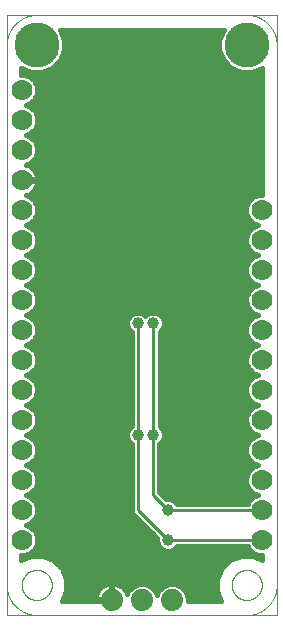
<source format=gbl>
G75*
%MOIN*%
%OFA0B0*%
%FSLAX25Y25*%
%IPPOS*%
%LPD*%
%AMOC8*
5,1,8,0,0,1.08239X$1,22.5*
%
%ADD10C,0.00000*%
%ADD11C,0.07400*%
%ADD12C,0.15000*%
%ADD13C,0.07000*%
%ADD14C,0.01600*%
%ADD15C,0.03962*%
%ADD16C,0.01000*%
D10*
X0005000Y0004300D02*
X0005000Y0204261D01*
X0094951Y0204261D01*
X0094951Y0004300D01*
X0005000Y0004300D01*
X0005000Y0014300D02*
X0005000Y0194300D01*
X0005003Y0194542D01*
X0005012Y0194783D01*
X0005026Y0195024D01*
X0005047Y0195265D01*
X0005073Y0195505D01*
X0005105Y0195745D01*
X0005143Y0195984D01*
X0005186Y0196221D01*
X0005236Y0196458D01*
X0005291Y0196693D01*
X0005351Y0196927D01*
X0005418Y0197159D01*
X0005489Y0197390D01*
X0005567Y0197619D01*
X0005650Y0197846D01*
X0005738Y0198071D01*
X0005832Y0198294D01*
X0005931Y0198514D01*
X0006036Y0198732D01*
X0006145Y0198947D01*
X0006260Y0199160D01*
X0006380Y0199370D01*
X0006505Y0199576D01*
X0006635Y0199780D01*
X0006770Y0199981D01*
X0006910Y0200178D01*
X0007054Y0200372D01*
X0007203Y0200562D01*
X0007357Y0200748D01*
X0007515Y0200931D01*
X0007677Y0201110D01*
X0007844Y0201285D01*
X0008015Y0201456D01*
X0008190Y0201623D01*
X0008369Y0201785D01*
X0008552Y0201943D01*
X0008738Y0202097D01*
X0008928Y0202246D01*
X0009122Y0202390D01*
X0009319Y0202530D01*
X0009520Y0202665D01*
X0009724Y0202795D01*
X0009930Y0202920D01*
X0010140Y0203040D01*
X0010353Y0203155D01*
X0010568Y0203264D01*
X0010786Y0203369D01*
X0011006Y0203468D01*
X0011229Y0203562D01*
X0011454Y0203650D01*
X0011681Y0203733D01*
X0011910Y0203811D01*
X0012141Y0203882D01*
X0012373Y0203949D01*
X0012607Y0204009D01*
X0012842Y0204064D01*
X0013079Y0204114D01*
X0013316Y0204157D01*
X0013555Y0204195D01*
X0013795Y0204227D01*
X0014035Y0204253D01*
X0014276Y0204274D01*
X0014517Y0204288D01*
X0014758Y0204297D01*
X0015000Y0204300D01*
X0085000Y0204300D01*
X0085242Y0204297D01*
X0085483Y0204288D01*
X0085724Y0204274D01*
X0085965Y0204253D01*
X0086205Y0204227D01*
X0086445Y0204195D01*
X0086684Y0204157D01*
X0086921Y0204114D01*
X0087158Y0204064D01*
X0087393Y0204009D01*
X0087627Y0203949D01*
X0087859Y0203882D01*
X0088090Y0203811D01*
X0088319Y0203733D01*
X0088546Y0203650D01*
X0088771Y0203562D01*
X0088994Y0203468D01*
X0089214Y0203369D01*
X0089432Y0203264D01*
X0089647Y0203155D01*
X0089860Y0203040D01*
X0090070Y0202920D01*
X0090276Y0202795D01*
X0090480Y0202665D01*
X0090681Y0202530D01*
X0090878Y0202390D01*
X0091072Y0202246D01*
X0091262Y0202097D01*
X0091448Y0201943D01*
X0091631Y0201785D01*
X0091810Y0201623D01*
X0091985Y0201456D01*
X0092156Y0201285D01*
X0092323Y0201110D01*
X0092485Y0200931D01*
X0092643Y0200748D01*
X0092797Y0200562D01*
X0092946Y0200372D01*
X0093090Y0200178D01*
X0093230Y0199981D01*
X0093365Y0199780D01*
X0093495Y0199576D01*
X0093620Y0199370D01*
X0093740Y0199160D01*
X0093855Y0198947D01*
X0093964Y0198732D01*
X0094069Y0198514D01*
X0094168Y0198294D01*
X0094262Y0198071D01*
X0094350Y0197846D01*
X0094433Y0197619D01*
X0094511Y0197390D01*
X0094582Y0197159D01*
X0094649Y0196927D01*
X0094709Y0196693D01*
X0094764Y0196458D01*
X0094814Y0196221D01*
X0094857Y0195984D01*
X0094895Y0195745D01*
X0094927Y0195505D01*
X0094953Y0195265D01*
X0094974Y0195024D01*
X0094988Y0194783D01*
X0094997Y0194542D01*
X0095000Y0194300D01*
X0095000Y0014300D01*
X0080000Y0014300D02*
X0080002Y0014441D01*
X0080008Y0014582D01*
X0080018Y0014722D01*
X0080032Y0014862D01*
X0080050Y0015002D01*
X0080071Y0015141D01*
X0080097Y0015280D01*
X0080126Y0015418D01*
X0080160Y0015554D01*
X0080197Y0015690D01*
X0080238Y0015825D01*
X0080283Y0015959D01*
X0080332Y0016091D01*
X0080384Y0016222D01*
X0080440Y0016351D01*
X0080500Y0016478D01*
X0080563Y0016604D01*
X0080629Y0016728D01*
X0080700Y0016851D01*
X0080773Y0016971D01*
X0080850Y0017089D01*
X0080930Y0017205D01*
X0081014Y0017318D01*
X0081100Y0017429D01*
X0081190Y0017538D01*
X0081283Y0017644D01*
X0081378Y0017747D01*
X0081477Y0017848D01*
X0081578Y0017946D01*
X0081682Y0018041D01*
X0081789Y0018133D01*
X0081898Y0018222D01*
X0082010Y0018307D01*
X0082124Y0018390D01*
X0082240Y0018470D01*
X0082359Y0018546D01*
X0082480Y0018618D01*
X0082602Y0018688D01*
X0082727Y0018753D01*
X0082853Y0018816D01*
X0082981Y0018874D01*
X0083111Y0018929D01*
X0083242Y0018981D01*
X0083375Y0019028D01*
X0083509Y0019072D01*
X0083644Y0019113D01*
X0083780Y0019149D01*
X0083917Y0019181D01*
X0084055Y0019210D01*
X0084193Y0019235D01*
X0084333Y0019255D01*
X0084473Y0019272D01*
X0084613Y0019285D01*
X0084754Y0019294D01*
X0084894Y0019299D01*
X0085035Y0019300D01*
X0085176Y0019297D01*
X0085317Y0019290D01*
X0085457Y0019279D01*
X0085597Y0019264D01*
X0085737Y0019245D01*
X0085876Y0019223D01*
X0086014Y0019196D01*
X0086152Y0019166D01*
X0086288Y0019131D01*
X0086424Y0019093D01*
X0086558Y0019051D01*
X0086692Y0019005D01*
X0086824Y0018956D01*
X0086954Y0018902D01*
X0087083Y0018845D01*
X0087210Y0018785D01*
X0087336Y0018721D01*
X0087459Y0018653D01*
X0087581Y0018582D01*
X0087701Y0018508D01*
X0087818Y0018430D01*
X0087933Y0018349D01*
X0088046Y0018265D01*
X0088157Y0018178D01*
X0088265Y0018087D01*
X0088370Y0017994D01*
X0088473Y0017897D01*
X0088573Y0017798D01*
X0088670Y0017696D01*
X0088764Y0017591D01*
X0088855Y0017484D01*
X0088943Y0017374D01*
X0089028Y0017262D01*
X0089110Y0017147D01*
X0089189Y0017030D01*
X0089264Y0016911D01*
X0089336Y0016790D01*
X0089404Y0016667D01*
X0089469Y0016542D01*
X0089531Y0016415D01*
X0089588Y0016286D01*
X0089643Y0016156D01*
X0089693Y0016025D01*
X0089740Y0015892D01*
X0089783Y0015758D01*
X0089822Y0015622D01*
X0089857Y0015486D01*
X0089889Y0015349D01*
X0089916Y0015211D01*
X0089940Y0015072D01*
X0089960Y0014932D01*
X0089976Y0014792D01*
X0089988Y0014652D01*
X0089996Y0014511D01*
X0090000Y0014370D01*
X0090000Y0014230D01*
X0089996Y0014089D01*
X0089988Y0013948D01*
X0089976Y0013808D01*
X0089960Y0013668D01*
X0089940Y0013528D01*
X0089916Y0013389D01*
X0089889Y0013251D01*
X0089857Y0013114D01*
X0089822Y0012978D01*
X0089783Y0012842D01*
X0089740Y0012708D01*
X0089693Y0012575D01*
X0089643Y0012444D01*
X0089588Y0012314D01*
X0089531Y0012185D01*
X0089469Y0012058D01*
X0089404Y0011933D01*
X0089336Y0011810D01*
X0089264Y0011689D01*
X0089189Y0011570D01*
X0089110Y0011453D01*
X0089028Y0011338D01*
X0088943Y0011226D01*
X0088855Y0011116D01*
X0088764Y0011009D01*
X0088670Y0010904D01*
X0088573Y0010802D01*
X0088473Y0010703D01*
X0088370Y0010606D01*
X0088265Y0010513D01*
X0088157Y0010422D01*
X0088046Y0010335D01*
X0087933Y0010251D01*
X0087818Y0010170D01*
X0087701Y0010092D01*
X0087581Y0010018D01*
X0087459Y0009947D01*
X0087336Y0009879D01*
X0087210Y0009815D01*
X0087083Y0009755D01*
X0086954Y0009698D01*
X0086824Y0009644D01*
X0086692Y0009595D01*
X0086558Y0009549D01*
X0086424Y0009507D01*
X0086288Y0009469D01*
X0086152Y0009434D01*
X0086014Y0009404D01*
X0085876Y0009377D01*
X0085737Y0009355D01*
X0085597Y0009336D01*
X0085457Y0009321D01*
X0085317Y0009310D01*
X0085176Y0009303D01*
X0085035Y0009300D01*
X0084894Y0009301D01*
X0084754Y0009306D01*
X0084613Y0009315D01*
X0084473Y0009328D01*
X0084333Y0009345D01*
X0084193Y0009365D01*
X0084055Y0009390D01*
X0083917Y0009419D01*
X0083780Y0009451D01*
X0083644Y0009487D01*
X0083509Y0009528D01*
X0083375Y0009572D01*
X0083242Y0009619D01*
X0083111Y0009671D01*
X0082981Y0009726D01*
X0082853Y0009784D01*
X0082727Y0009847D01*
X0082602Y0009912D01*
X0082480Y0009982D01*
X0082359Y0010054D01*
X0082240Y0010130D01*
X0082124Y0010210D01*
X0082010Y0010293D01*
X0081898Y0010378D01*
X0081789Y0010467D01*
X0081682Y0010559D01*
X0081578Y0010654D01*
X0081477Y0010752D01*
X0081378Y0010853D01*
X0081283Y0010956D01*
X0081190Y0011062D01*
X0081100Y0011171D01*
X0081014Y0011282D01*
X0080930Y0011395D01*
X0080850Y0011511D01*
X0080773Y0011629D01*
X0080700Y0011749D01*
X0080629Y0011872D01*
X0080563Y0011996D01*
X0080500Y0012122D01*
X0080440Y0012249D01*
X0080384Y0012378D01*
X0080332Y0012509D01*
X0080283Y0012641D01*
X0080238Y0012775D01*
X0080197Y0012910D01*
X0080160Y0013046D01*
X0080126Y0013182D01*
X0080097Y0013320D01*
X0080071Y0013459D01*
X0080050Y0013598D01*
X0080032Y0013738D01*
X0080018Y0013878D01*
X0080008Y0014018D01*
X0080002Y0014159D01*
X0080000Y0014300D01*
X0085000Y0004300D02*
X0085242Y0004303D01*
X0085483Y0004312D01*
X0085724Y0004326D01*
X0085965Y0004347D01*
X0086205Y0004373D01*
X0086445Y0004405D01*
X0086684Y0004443D01*
X0086921Y0004486D01*
X0087158Y0004536D01*
X0087393Y0004591D01*
X0087627Y0004651D01*
X0087859Y0004718D01*
X0088090Y0004789D01*
X0088319Y0004867D01*
X0088546Y0004950D01*
X0088771Y0005038D01*
X0088994Y0005132D01*
X0089214Y0005231D01*
X0089432Y0005336D01*
X0089647Y0005445D01*
X0089860Y0005560D01*
X0090070Y0005680D01*
X0090276Y0005805D01*
X0090480Y0005935D01*
X0090681Y0006070D01*
X0090878Y0006210D01*
X0091072Y0006354D01*
X0091262Y0006503D01*
X0091448Y0006657D01*
X0091631Y0006815D01*
X0091810Y0006977D01*
X0091985Y0007144D01*
X0092156Y0007315D01*
X0092323Y0007490D01*
X0092485Y0007669D01*
X0092643Y0007852D01*
X0092797Y0008038D01*
X0092946Y0008228D01*
X0093090Y0008422D01*
X0093230Y0008619D01*
X0093365Y0008820D01*
X0093495Y0009024D01*
X0093620Y0009230D01*
X0093740Y0009440D01*
X0093855Y0009653D01*
X0093964Y0009868D01*
X0094069Y0010086D01*
X0094168Y0010306D01*
X0094262Y0010529D01*
X0094350Y0010754D01*
X0094433Y0010981D01*
X0094511Y0011210D01*
X0094582Y0011441D01*
X0094649Y0011673D01*
X0094709Y0011907D01*
X0094764Y0012142D01*
X0094814Y0012379D01*
X0094857Y0012616D01*
X0094895Y0012855D01*
X0094927Y0013095D01*
X0094953Y0013335D01*
X0094974Y0013576D01*
X0094988Y0013817D01*
X0094997Y0014058D01*
X0095000Y0014300D01*
X0085000Y0004300D02*
X0015000Y0004300D01*
X0010000Y0014300D02*
X0010002Y0014441D01*
X0010008Y0014582D01*
X0010018Y0014722D01*
X0010032Y0014862D01*
X0010050Y0015002D01*
X0010071Y0015141D01*
X0010097Y0015280D01*
X0010126Y0015418D01*
X0010160Y0015554D01*
X0010197Y0015690D01*
X0010238Y0015825D01*
X0010283Y0015959D01*
X0010332Y0016091D01*
X0010384Y0016222D01*
X0010440Y0016351D01*
X0010500Y0016478D01*
X0010563Y0016604D01*
X0010629Y0016728D01*
X0010700Y0016851D01*
X0010773Y0016971D01*
X0010850Y0017089D01*
X0010930Y0017205D01*
X0011014Y0017318D01*
X0011100Y0017429D01*
X0011190Y0017538D01*
X0011283Y0017644D01*
X0011378Y0017747D01*
X0011477Y0017848D01*
X0011578Y0017946D01*
X0011682Y0018041D01*
X0011789Y0018133D01*
X0011898Y0018222D01*
X0012010Y0018307D01*
X0012124Y0018390D01*
X0012240Y0018470D01*
X0012359Y0018546D01*
X0012480Y0018618D01*
X0012602Y0018688D01*
X0012727Y0018753D01*
X0012853Y0018816D01*
X0012981Y0018874D01*
X0013111Y0018929D01*
X0013242Y0018981D01*
X0013375Y0019028D01*
X0013509Y0019072D01*
X0013644Y0019113D01*
X0013780Y0019149D01*
X0013917Y0019181D01*
X0014055Y0019210D01*
X0014193Y0019235D01*
X0014333Y0019255D01*
X0014473Y0019272D01*
X0014613Y0019285D01*
X0014754Y0019294D01*
X0014894Y0019299D01*
X0015035Y0019300D01*
X0015176Y0019297D01*
X0015317Y0019290D01*
X0015457Y0019279D01*
X0015597Y0019264D01*
X0015737Y0019245D01*
X0015876Y0019223D01*
X0016014Y0019196D01*
X0016152Y0019166D01*
X0016288Y0019131D01*
X0016424Y0019093D01*
X0016558Y0019051D01*
X0016692Y0019005D01*
X0016824Y0018956D01*
X0016954Y0018902D01*
X0017083Y0018845D01*
X0017210Y0018785D01*
X0017336Y0018721D01*
X0017459Y0018653D01*
X0017581Y0018582D01*
X0017701Y0018508D01*
X0017818Y0018430D01*
X0017933Y0018349D01*
X0018046Y0018265D01*
X0018157Y0018178D01*
X0018265Y0018087D01*
X0018370Y0017994D01*
X0018473Y0017897D01*
X0018573Y0017798D01*
X0018670Y0017696D01*
X0018764Y0017591D01*
X0018855Y0017484D01*
X0018943Y0017374D01*
X0019028Y0017262D01*
X0019110Y0017147D01*
X0019189Y0017030D01*
X0019264Y0016911D01*
X0019336Y0016790D01*
X0019404Y0016667D01*
X0019469Y0016542D01*
X0019531Y0016415D01*
X0019588Y0016286D01*
X0019643Y0016156D01*
X0019693Y0016025D01*
X0019740Y0015892D01*
X0019783Y0015758D01*
X0019822Y0015622D01*
X0019857Y0015486D01*
X0019889Y0015349D01*
X0019916Y0015211D01*
X0019940Y0015072D01*
X0019960Y0014932D01*
X0019976Y0014792D01*
X0019988Y0014652D01*
X0019996Y0014511D01*
X0020000Y0014370D01*
X0020000Y0014230D01*
X0019996Y0014089D01*
X0019988Y0013948D01*
X0019976Y0013808D01*
X0019960Y0013668D01*
X0019940Y0013528D01*
X0019916Y0013389D01*
X0019889Y0013251D01*
X0019857Y0013114D01*
X0019822Y0012978D01*
X0019783Y0012842D01*
X0019740Y0012708D01*
X0019693Y0012575D01*
X0019643Y0012444D01*
X0019588Y0012314D01*
X0019531Y0012185D01*
X0019469Y0012058D01*
X0019404Y0011933D01*
X0019336Y0011810D01*
X0019264Y0011689D01*
X0019189Y0011570D01*
X0019110Y0011453D01*
X0019028Y0011338D01*
X0018943Y0011226D01*
X0018855Y0011116D01*
X0018764Y0011009D01*
X0018670Y0010904D01*
X0018573Y0010802D01*
X0018473Y0010703D01*
X0018370Y0010606D01*
X0018265Y0010513D01*
X0018157Y0010422D01*
X0018046Y0010335D01*
X0017933Y0010251D01*
X0017818Y0010170D01*
X0017701Y0010092D01*
X0017581Y0010018D01*
X0017459Y0009947D01*
X0017336Y0009879D01*
X0017210Y0009815D01*
X0017083Y0009755D01*
X0016954Y0009698D01*
X0016824Y0009644D01*
X0016692Y0009595D01*
X0016558Y0009549D01*
X0016424Y0009507D01*
X0016288Y0009469D01*
X0016152Y0009434D01*
X0016014Y0009404D01*
X0015876Y0009377D01*
X0015737Y0009355D01*
X0015597Y0009336D01*
X0015457Y0009321D01*
X0015317Y0009310D01*
X0015176Y0009303D01*
X0015035Y0009300D01*
X0014894Y0009301D01*
X0014754Y0009306D01*
X0014613Y0009315D01*
X0014473Y0009328D01*
X0014333Y0009345D01*
X0014193Y0009365D01*
X0014055Y0009390D01*
X0013917Y0009419D01*
X0013780Y0009451D01*
X0013644Y0009487D01*
X0013509Y0009528D01*
X0013375Y0009572D01*
X0013242Y0009619D01*
X0013111Y0009671D01*
X0012981Y0009726D01*
X0012853Y0009784D01*
X0012727Y0009847D01*
X0012602Y0009912D01*
X0012480Y0009982D01*
X0012359Y0010054D01*
X0012240Y0010130D01*
X0012124Y0010210D01*
X0012010Y0010293D01*
X0011898Y0010378D01*
X0011789Y0010467D01*
X0011682Y0010559D01*
X0011578Y0010654D01*
X0011477Y0010752D01*
X0011378Y0010853D01*
X0011283Y0010956D01*
X0011190Y0011062D01*
X0011100Y0011171D01*
X0011014Y0011282D01*
X0010930Y0011395D01*
X0010850Y0011511D01*
X0010773Y0011629D01*
X0010700Y0011749D01*
X0010629Y0011872D01*
X0010563Y0011996D01*
X0010500Y0012122D01*
X0010440Y0012249D01*
X0010384Y0012378D01*
X0010332Y0012509D01*
X0010283Y0012641D01*
X0010238Y0012775D01*
X0010197Y0012910D01*
X0010160Y0013046D01*
X0010126Y0013182D01*
X0010097Y0013320D01*
X0010071Y0013459D01*
X0010050Y0013598D01*
X0010032Y0013738D01*
X0010018Y0013878D01*
X0010008Y0014018D01*
X0010002Y0014159D01*
X0010000Y0014300D01*
X0005000Y0014300D02*
X0005003Y0014058D01*
X0005012Y0013817D01*
X0005026Y0013576D01*
X0005047Y0013335D01*
X0005073Y0013095D01*
X0005105Y0012855D01*
X0005143Y0012616D01*
X0005186Y0012379D01*
X0005236Y0012142D01*
X0005291Y0011907D01*
X0005351Y0011673D01*
X0005418Y0011441D01*
X0005489Y0011210D01*
X0005567Y0010981D01*
X0005650Y0010754D01*
X0005738Y0010529D01*
X0005832Y0010306D01*
X0005931Y0010086D01*
X0006036Y0009868D01*
X0006145Y0009653D01*
X0006260Y0009440D01*
X0006380Y0009230D01*
X0006505Y0009024D01*
X0006635Y0008820D01*
X0006770Y0008619D01*
X0006910Y0008422D01*
X0007054Y0008228D01*
X0007203Y0008038D01*
X0007357Y0007852D01*
X0007515Y0007669D01*
X0007677Y0007490D01*
X0007844Y0007315D01*
X0008015Y0007144D01*
X0008190Y0006977D01*
X0008369Y0006815D01*
X0008552Y0006657D01*
X0008738Y0006503D01*
X0008928Y0006354D01*
X0009122Y0006210D01*
X0009319Y0006070D01*
X0009520Y0005935D01*
X0009724Y0005805D01*
X0009930Y0005680D01*
X0010140Y0005560D01*
X0010353Y0005445D01*
X0010568Y0005336D01*
X0010786Y0005231D01*
X0011006Y0005132D01*
X0011229Y0005038D01*
X0011454Y0004950D01*
X0011681Y0004867D01*
X0011910Y0004789D01*
X0012141Y0004718D01*
X0012373Y0004651D01*
X0012607Y0004591D01*
X0012842Y0004536D01*
X0013079Y0004486D01*
X0013316Y0004443D01*
X0013555Y0004405D01*
X0013795Y0004373D01*
X0014035Y0004347D01*
X0014276Y0004326D01*
X0014517Y0004312D01*
X0014758Y0004303D01*
X0015000Y0004300D01*
D11*
X0040000Y0009300D03*
X0050000Y0009300D03*
X0060000Y0009300D03*
D12*
X0085000Y0194300D03*
X0015000Y0194300D03*
D13*
X0010000Y0179300D03*
X0010000Y0169300D03*
X0010000Y0159300D03*
X0010000Y0149300D03*
X0010000Y0139300D03*
X0010000Y0129300D03*
X0010000Y0119300D03*
X0010000Y0109300D03*
X0010000Y0099300D03*
X0010000Y0089300D03*
X0010000Y0079300D03*
X0010000Y0069300D03*
X0010000Y0059300D03*
X0010000Y0049300D03*
X0010000Y0039300D03*
X0010000Y0029300D03*
X0090000Y0029300D03*
X0090000Y0039300D03*
X0090000Y0049300D03*
X0090000Y0059300D03*
X0090000Y0069300D03*
X0090000Y0079300D03*
X0090000Y0089300D03*
X0090000Y0099300D03*
X0090000Y0109300D03*
X0090000Y0119300D03*
X0090000Y0129300D03*
X0090000Y0139300D03*
D14*
X0090151Y0144400D02*
X0088986Y0144400D01*
X0087111Y0143624D01*
X0085676Y0142189D01*
X0084900Y0140314D01*
X0084900Y0138286D01*
X0085676Y0136411D01*
X0087111Y0134976D01*
X0088744Y0134300D01*
X0087111Y0133624D01*
X0085676Y0132189D01*
X0084900Y0130314D01*
X0084900Y0128286D01*
X0085676Y0126411D01*
X0087111Y0124976D01*
X0088744Y0124300D01*
X0087111Y0123624D01*
X0085676Y0122189D01*
X0084900Y0120314D01*
X0084900Y0118286D01*
X0085676Y0116411D01*
X0087111Y0114976D01*
X0088744Y0114300D01*
X0087111Y0113624D01*
X0085676Y0112189D01*
X0084900Y0110314D01*
X0084900Y0108286D01*
X0085676Y0106411D01*
X0087111Y0104976D01*
X0088744Y0104300D01*
X0087111Y0103624D01*
X0085676Y0102189D01*
X0084900Y0100314D01*
X0084900Y0098286D01*
X0085676Y0096411D01*
X0087111Y0094976D01*
X0088744Y0094300D01*
X0087111Y0093624D01*
X0085676Y0092189D01*
X0084900Y0090314D01*
X0084900Y0088286D01*
X0085676Y0086411D01*
X0087111Y0084976D01*
X0088744Y0084300D01*
X0087111Y0083624D01*
X0085676Y0082189D01*
X0084900Y0080314D01*
X0084900Y0078286D01*
X0085676Y0076411D01*
X0087111Y0074976D01*
X0088744Y0074300D01*
X0087111Y0073624D01*
X0085676Y0072189D01*
X0084900Y0070314D01*
X0084900Y0068286D01*
X0085676Y0066411D01*
X0087111Y0064976D01*
X0088744Y0064300D01*
X0087111Y0063624D01*
X0085676Y0062189D01*
X0084900Y0060314D01*
X0084900Y0058286D01*
X0085676Y0056411D01*
X0087111Y0054976D01*
X0088744Y0054300D01*
X0087111Y0053624D01*
X0085676Y0052189D01*
X0084900Y0050314D01*
X0084900Y0048286D01*
X0085676Y0046411D01*
X0087111Y0044976D01*
X0088744Y0044300D01*
X0087111Y0043624D01*
X0085676Y0042189D01*
X0085350Y0041400D01*
X0061714Y0041400D01*
X0060779Y0042336D01*
X0059462Y0042881D01*
X0058139Y0042881D01*
X0055850Y0045170D01*
X0055850Y0061336D01*
X0056786Y0062271D01*
X0057331Y0063588D01*
X0057331Y0065012D01*
X0056786Y0066329D01*
X0055919Y0067196D01*
X0055919Y0098565D01*
X0056855Y0099501D01*
X0057400Y0100817D01*
X0057400Y0102242D01*
X0056855Y0103558D01*
X0055847Y0104565D01*
X0054531Y0105110D01*
X0053107Y0105110D01*
X0051790Y0104565D01*
X0051243Y0104017D01*
X0050729Y0104531D01*
X0049413Y0105076D01*
X0047988Y0105076D01*
X0046672Y0104531D01*
X0045665Y0103523D01*
X0045120Y0102207D01*
X0045120Y0100783D01*
X0045665Y0099466D01*
X0046601Y0098530D01*
X0046601Y0067215D01*
X0045714Y0066329D01*
X0045169Y0065012D01*
X0045169Y0063588D01*
X0045714Y0062271D01*
X0046650Y0061336D01*
X0046650Y0038430D01*
X0055169Y0029911D01*
X0055169Y0028588D01*
X0055714Y0027271D01*
X0056721Y0026264D01*
X0058038Y0025719D01*
X0059462Y0025719D01*
X0060779Y0026264D01*
X0061714Y0027200D01*
X0085350Y0027200D01*
X0085676Y0026411D01*
X0087111Y0024976D01*
X0088986Y0024200D01*
X0090151Y0024200D01*
X0090151Y0022774D01*
X0086949Y0024100D01*
X0083051Y0024100D01*
X0079449Y0022608D01*
X0076692Y0019851D01*
X0075200Y0016249D01*
X0075200Y0012351D01*
X0076546Y0009100D01*
X0065300Y0009100D01*
X0065300Y0010354D01*
X0064493Y0012302D01*
X0063002Y0013793D01*
X0061054Y0014600D01*
X0058946Y0014600D01*
X0056998Y0013793D01*
X0055507Y0012302D01*
X0055000Y0011078D01*
X0054493Y0012302D01*
X0053002Y0013793D01*
X0051054Y0014600D01*
X0048946Y0014600D01*
X0046998Y0013793D01*
X0045507Y0012302D01*
X0045115Y0011356D01*
X0045097Y0011411D01*
X0044704Y0012183D01*
X0044195Y0012883D01*
X0043583Y0013495D01*
X0042883Y0014004D01*
X0042111Y0014397D01*
X0041288Y0014665D01*
X0040433Y0014800D01*
X0040200Y0014800D01*
X0040200Y0009500D01*
X0039800Y0009500D01*
X0039800Y0014800D01*
X0039567Y0014800D01*
X0038712Y0014665D01*
X0037889Y0014397D01*
X0037117Y0014004D01*
X0036417Y0013495D01*
X0035805Y0012883D01*
X0035296Y0012183D01*
X0034903Y0011411D01*
X0034635Y0010588D01*
X0034500Y0009733D01*
X0034500Y0009500D01*
X0039800Y0009500D01*
X0039800Y0009100D01*
X0023454Y0009100D01*
X0024800Y0012351D01*
X0024800Y0016249D01*
X0023308Y0019851D01*
X0020551Y0022608D01*
X0016949Y0024100D01*
X0013051Y0024100D01*
X0009800Y0022754D01*
X0009800Y0024200D01*
X0011014Y0024200D01*
X0012889Y0024976D01*
X0014324Y0026411D01*
X0015100Y0028286D01*
X0015100Y0030314D01*
X0014324Y0032189D01*
X0012889Y0033624D01*
X0011256Y0034300D01*
X0012889Y0034976D01*
X0014324Y0036411D01*
X0015100Y0038286D01*
X0015100Y0040314D01*
X0014324Y0042189D01*
X0012889Y0043624D01*
X0011256Y0044300D01*
X0012889Y0044976D01*
X0014324Y0046411D01*
X0015100Y0048286D01*
X0015100Y0050314D01*
X0014324Y0052189D01*
X0012889Y0053624D01*
X0011256Y0054300D01*
X0012889Y0054976D01*
X0014324Y0056411D01*
X0015100Y0058286D01*
X0015100Y0060314D01*
X0014324Y0062189D01*
X0012889Y0063624D01*
X0011256Y0064300D01*
X0012889Y0064976D01*
X0014324Y0066411D01*
X0015100Y0068286D01*
X0015100Y0070314D01*
X0014324Y0072189D01*
X0012889Y0073624D01*
X0011256Y0074300D01*
X0012889Y0074976D01*
X0014324Y0076411D01*
X0015100Y0078286D01*
X0015100Y0080314D01*
X0014324Y0082189D01*
X0012889Y0083624D01*
X0011256Y0084300D01*
X0012889Y0084976D01*
X0014324Y0086411D01*
X0015100Y0088286D01*
X0015100Y0090314D01*
X0014324Y0092189D01*
X0012889Y0093624D01*
X0011256Y0094300D01*
X0012889Y0094976D01*
X0014324Y0096411D01*
X0015100Y0098286D01*
X0015100Y0100314D01*
X0014324Y0102189D01*
X0012889Y0103624D01*
X0011256Y0104300D01*
X0012889Y0104976D01*
X0014324Y0106411D01*
X0015100Y0108286D01*
X0015100Y0110314D01*
X0014324Y0112189D01*
X0012889Y0113624D01*
X0011256Y0114300D01*
X0012889Y0114976D01*
X0014324Y0116411D01*
X0015100Y0118286D01*
X0015100Y0120314D01*
X0014324Y0122189D01*
X0012889Y0123624D01*
X0011256Y0124300D01*
X0012889Y0124976D01*
X0014324Y0126411D01*
X0015100Y0128286D01*
X0015100Y0130314D01*
X0014324Y0132189D01*
X0012889Y0133624D01*
X0011256Y0134300D01*
X0012889Y0134976D01*
X0014324Y0136411D01*
X0015100Y0138286D01*
X0015100Y0140314D01*
X0014324Y0142189D01*
X0012889Y0143624D01*
X0011479Y0144208D01*
X0012034Y0144388D01*
X0012778Y0144767D01*
X0013453Y0145257D01*
X0014043Y0145847D01*
X0014533Y0146522D01*
X0014912Y0147266D01*
X0015169Y0148059D01*
X0015300Y0148883D01*
X0015300Y0149116D01*
X0010184Y0149116D01*
X0010184Y0149484D01*
X0015300Y0149484D01*
X0015300Y0149717D01*
X0015169Y0150541D01*
X0014912Y0151334D01*
X0014533Y0152078D01*
X0014043Y0152753D01*
X0013453Y0153343D01*
X0012778Y0153833D01*
X0012034Y0154212D01*
X0011479Y0154392D01*
X0012889Y0154976D01*
X0014324Y0156411D01*
X0015100Y0158286D01*
X0015100Y0160314D01*
X0014324Y0162189D01*
X0012889Y0163624D01*
X0011256Y0164300D01*
X0012889Y0164976D01*
X0014324Y0166411D01*
X0015100Y0168286D01*
X0015100Y0170314D01*
X0014324Y0172189D01*
X0012889Y0173624D01*
X0011256Y0174300D01*
X0012889Y0174976D01*
X0014324Y0176411D01*
X0015100Y0178286D01*
X0015100Y0180314D01*
X0014324Y0182189D01*
X0012889Y0183624D01*
X0011014Y0184400D01*
X0009800Y0184400D01*
X0009800Y0186631D01*
X0009845Y0186585D01*
X0013190Y0185200D01*
X0016810Y0185200D01*
X0020155Y0186585D01*
X0022715Y0189145D01*
X0024100Y0192490D01*
X0024100Y0196110D01*
X0022715Y0199455D01*
X0022709Y0199461D01*
X0077291Y0199461D01*
X0077285Y0199455D01*
X0075900Y0196110D01*
X0075900Y0192490D01*
X0077285Y0189145D01*
X0079845Y0186585D01*
X0083190Y0185200D01*
X0086810Y0185200D01*
X0090151Y0186584D01*
X0090151Y0144400D01*
X0090151Y0144969D02*
X0013056Y0144969D01*
X0013142Y0143370D02*
X0086858Y0143370D01*
X0085504Y0141772D02*
X0014496Y0141772D01*
X0015100Y0140173D02*
X0084900Y0140173D01*
X0084900Y0138575D02*
X0015100Y0138575D01*
X0014558Y0136976D02*
X0085442Y0136976D01*
X0086710Y0135378D02*
X0013290Y0135378D01*
X0012513Y0133779D02*
X0087487Y0133779D01*
X0085673Y0132181D02*
X0014327Y0132181D01*
X0014989Y0130582D02*
X0085011Y0130582D01*
X0084900Y0128984D02*
X0015100Y0128984D01*
X0014727Y0127385D02*
X0085273Y0127385D01*
X0086301Y0125787D02*
X0013699Y0125787D01*
X0011525Y0124188D02*
X0088475Y0124188D01*
X0086077Y0122590D02*
X0013923Y0122590D01*
X0014820Y0120991D02*
X0085180Y0120991D01*
X0084900Y0119393D02*
X0015100Y0119393D01*
X0014897Y0117794D02*
X0085103Y0117794D01*
X0085892Y0116196D02*
X0014108Y0116196D01*
X0013514Y0112999D02*
X0086486Y0112999D01*
X0088026Y0114597D02*
X0011974Y0114597D01*
X0014650Y0111400D02*
X0085350Y0111400D01*
X0084900Y0109802D02*
X0015100Y0109802D01*
X0015066Y0108203D02*
X0084934Y0108203D01*
X0085596Y0106605D02*
X0014404Y0106605D01*
X0013105Y0103408D02*
X0045617Y0103408D01*
X0045120Y0101809D02*
X0014481Y0101809D01*
X0015100Y0100211D02*
X0045357Y0100211D01*
X0046519Y0098612D02*
X0015100Y0098612D01*
X0014573Y0097014D02*
X0046601Y0097014D01*
X0046601Y0095415D02*
X0013328Y0095415D01*
X0012423Y0093817D02*
X0046601Y0093817D01*
X0046601Y0092218D02*
X0014294Y0092218D01*
X0014974Y0090620D02*
X0046601Y0090620D01*
X0046601Y0089021D02*
X0015100Y0089021D01*
X0014743Y0087423D02*
X0046601Y0087423D01*
X0046601Y0085824D02*
X0013737Y0085824D01*
X0011436Y0084226D02*
X0046601Y0084226D01*
X0046601Y0082627D02*
X0013885Y0082627D01*
X0014804Y0081029D02*
X0046601Y0081029D01*
X0046601Y0079430D02*
X0015100Y0079430D01*
X0014912Y0077832D02*
X0046601Y0077832D01*
X0046601Y0076233D02*
X0014145Y0076233D01*
X0013476Y0073036D02*
X0046601Y0073036D01*
X0046601Y0074634D02*
X0012063Y0074634D01*
X0014635Y0071437D02*
X0046601Y0071437D01*
X0046601Y0069839D02*
X0015100Y0069839D01*
X0015081Y0068240D02*
X0046601Y0068240D01*
X0046028Y0066642D02*
X0014419Y0066642D01*
X0012956Y0065043D02*
X0045182Y0065043D01*
X0045228Y0063445D02*
X0013068Y0063445D01*
X0014465Y0061846D02*
X0046139Y0061846D01*
X0046650Y0060248D02*
X0015100Y0060248D01*
X0015100Y0058649D02*
X0046650Y0058649D01*
X0046650Y0057051D02*
X0014589Y0057051D01*
X0013365Y0055452D02*
X0046650Y0055452D01*
X0046650Y0053854D02*
X0012333Y0053854D01*
X0014257Y0052255D02*
X0046650Y0052255D01*
X0046650Y0050657D02*
X0014958Y0050657D01*
X0015100Y0049058D02*
X0046650Y0049058D01*
X0046650Y0047460D02*
X0014758Y0047460D01*
X0013774Y0045861D02*
X0046650Y0045861D01*
X0046650Y0044263D02*
X0011346Y0044263D01*
X0013848Y0042664D02*
X0046650Y0042664D01*
X0046650Y0041066D02*
X0014789Y0041066D01*
X0015100Y0039467D02*
X0046650Y0039467D01*
X0047211Y0037869D02*
X0014927Y0037869D01*
X0014183Y0036270D02*
X0048810Y0036270D01*
X0050408Y0034672D02*
X0012153Y0034672D01*
X0013439Y0033073D02*
X0052007Y0033073D01*
X0053605Y0031475D02*
X0014619Y0031475D01*
X0015100Y0029876D02*
X0055169Y0029876D01*
X0055297Y0028278D02*
X0015097Y0028278D01*
X0014435Y0026679D02*
X0056306Y0026679D01*
X0061194Y0026679D02*
X0085565Y0026679D01*
X0087007Y0025081D02*
X0012993Y0025081D01*
X0011559Y0023482D02*
X0009800Y0023482D01*
X0018441Y0023482D02*
X0081559Y0023482D01*
X0078724Y0021884D02*
X0021276Y0021884D01*
X0022874Y0020285D02*
X0077126Y0020285D01*
X0076210Y0018687D02*
X0023790Y0018687D01*
X0024453Y0017088D02*
X0075547Y0017088D01*
X0075200Y0015490D02*
X0024800Y0015490D01*
X0024800Y0013891D02*
X0036962Y0013891D01*
X0035376Y0012293D02*
X0024776Y0012293D01*
X0024114Y0010694D02*
X0034670Y0010694D01*
X0039800Y0010694D02*
X0040200Y0010694D01*
X0040200Y0012293D02*
X0039800Y0012293D01*
X0039800Y0013891D02*
X0040200Y0013891D01*
X0043038Y0013891D02*
X0047234Y0013891D01*
X0045503Y0012293D02*
X0044624Y0012293D01*
X0052766Y0013891D02*
X0057234Y0013891D01*
X0055503Y0012293D02*
X0054497Y0012293D01*
X0062766Y0013891D02*
X0075200Y0013891D01*
X0075224Y0012293D02*
X0064497Y0012293D01*
X0065159Y0010694D02*
X0075886Y0010694D01*
X0088441Y0023482D02*
X0090151Y0023482D01*
X0086152Y0042664D02*
X0059986Y0042664D01*
X0056757Y0044263D02*
X0088654Y0044263D01*
X0086226Y0045861D02*
X0055850Y0045861D01*
X0055850Y0047460D02*
X0085242Y0047460D01*
X0084900Y0049058D02*
X0055850Y0049058D01*
X0055850Y0050657D02*
X0085042Y0050657D01*
X0085743Y0052255D02*
X0055850Y0052255D01*
X0055850Y0053854D02*
X0087667Y0053854D01*
X0086635Y0055452D02*
X0055850Y0055452D01*
X0055850Y0057051D02*
X0085411Y0057051D01*
X0084900Y0058649D02*
X0055850Y0058649D01*
X0055850Y0060248D02*
X0084900Y0060248D01*
X0085535Y0061846D02*
X0056361Y0061846D01*
X0057272Y0063445D02*
X0086932Y0063445D01*
X0087044Y0065043D02*
X0057318Y0065043D01*
X0056472Y0066642D02*
X0085581Y0066642D01*
X0084919Y0068240D02*
X0055919Y0068240D01*
X0055919Y0069839D02*
X0084900Y0069839D01*
X0085365Y0071437D02*
X0055919Y0071437D01*
X0055919Y0073036D02*
X0086523Y0073036D01*
X0087937Y0074634D02*
X0055919Y0074634D01*
X0055919Y0076233D02*
X0085854Y0076233D01*
X0085088Y0077832D02*
X0055919Y0077832D01*
X0055919Y0079430D02*
X0084900Y0079430D01*
X0085196Y0081029D02*
X0055919Y0081029D01*
X0055919Y0082627D02*
X0086115Y0082627D01*
X0086263Y0085824D02*
X0055919Y0085824D01*
X0055919Y0084226D02*
X0088564Y0084226D01*
X0085257Y0087423D02*
X0055919Y0087423D01*
X0055919Y0089021D02*
X0084900Y0089021D01*
X0085026Y0090620D02*
X0055919Y0090620D01*
X0055919Y0092218D02*
X0085706Y0092218D01*
X0086672Y0095415D02*
X0055919Y0095415D01*
X0055919Y0093817D02*
X0087577Y0093817D01*
X0085427Y0097014D02*
X0055919Y0097014D01*
X0055966Y0098612D02*
X0084900Y0098612D01*
X0084900Y0100211D02*
X0057149Y0100211D01*
X0057400Y0101809D02*
X0085519Y0101809D01*
X0086895Y0103408D02*
X0056917Y0103408D01*
X0054783Y0105006D02*
X0087081Y0105006D01*
X0090151Y0146568D02*
X0014556Y0146568D01*
X0015186Y0148166D02*
X0090151Y0148166D01*
X0090151Y0149765D02*
X0015292Y0149765D01*
X0014897Y0151363D02*
X0090151Y0151363D01*
X0090151Y0152962D02*
X0013834Y0152962D01*
X0014071Y0156159D02*
X0090151Y0156159D01*
X0090151Y0157757D02*
X0014881Y0157757D01*
X0015100Y0159356D02*
X0090151Y0159356D01*
X0090151Y0160954D02*
X0014835Y0160954D01*
X0013960Y0162553D02*
X0090151Y0162553D01*
X0090151Y0164151D02*
X0011615Y0164151D01*
X0013662Y0165750D02*
X0090151Y0165750D01*
X0090151Y0167348D02*
X0014712Y0167348D01*
X0015100Y0168947D02*
X0090151Y0168947D01*
X0090151Y0170545D02*
X0015004Y0170545D01*
X0014342Y0172144D02*
X0090151Y0172144D01*
X0090151Y0173742D02*
X0012602Y0173742D01*
X0013253Y0175341D02*
X0090151Y0175341D01*
X0090151Y0176939D02*
X0014542Y0176939D01*
X0015100Y0178538D02*
X0090151Y0178538D01*
X0090151Y0180136D02*
X0015100Y0180136D01*
X0014512Y0181735D02*
X0090151Y0181735D01*
X0090151Y0183333D02*
X0013179Y0183333D01*
X0009800Y0184932D02*
X0090151Y0184932D01*
X0090151Y0186530D02*
X0090022Y0186530D01*
X0079978Y0186530D02*
X0020022Y0186530D01*
X0021698Y0188129D02*
X0078302Y0188129D01*
X0077044Y0189727D02*
X0022956Y0189727D01*
X0023618Y0191326D02*
X0076382Y0191326D01*
X0075900Y0192924D02*
X0024100Y0192924D01*
X0024100Y0194523D02*
X0075900Y0194523D01*
X0075905Y0196121D02*
X0024095Y0196121D01*
X0023433Y0197720D02*
X0076567Y0197720D01*
X0077229Y0199318D02*
X0022771Y0199318D01*
X0009978Y0186530D02*
X0009800Y0186530D01*
X0011884Y0154560D02*
X0090151Y0154560D01*
X0052855Y0105006D02*
X0049582Y0105006D01*
X0047820Y0105006D02*
X0012919Y0105006D01*
D15*
X0048701Y0101495D03*
X0053819Y0101529D03*
X0062500Y0098050D03*
X0053750Y0064300D03*
X0048750Y0064300D03*
X0058750Y0039300D03*
X0058750Y0029300D03*
D16*
X0090000Y0029300D01*
X0090000Y0039300D02*
X0058750Y0039300D01*
X0053750Y0044300D01*
X0053750Y0064300D01*
X0053819Y0064369D01*
X0053819Y0101529D01*
X0048701Y0101495D02*
X0048701Y0064349D01*
X0048750Y0064300D01*
X0048750Y0039300D01*
X0058750Y0029300D01*
M02*

</source>
